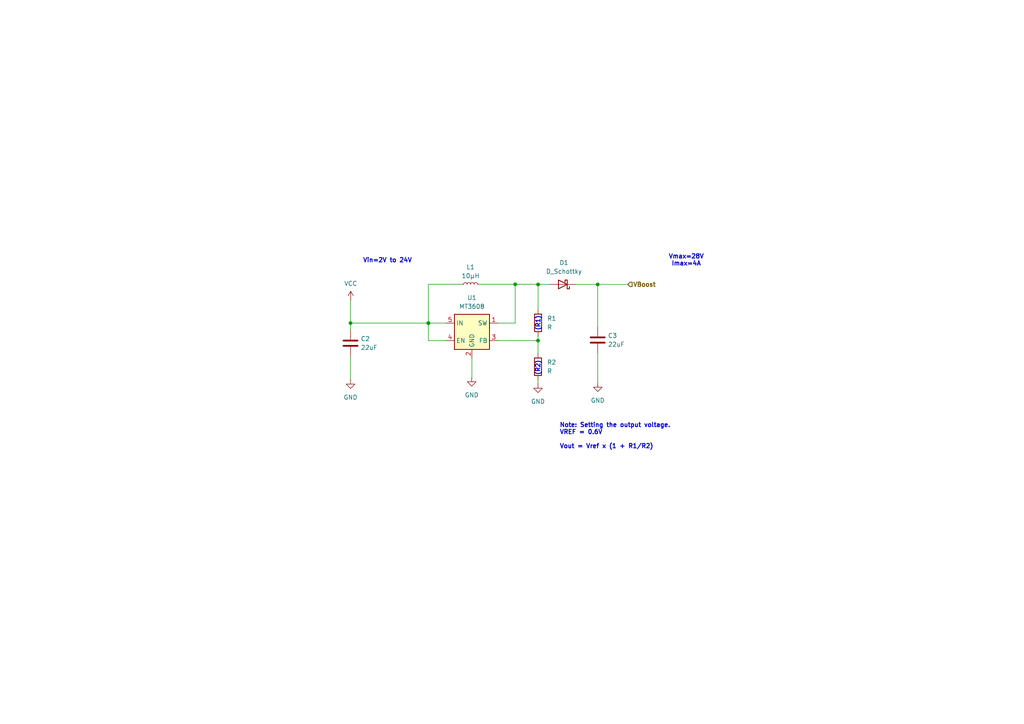
<source format=kicad_sch>
(kicad_sch (version 20231120) (generator "eeschema") (generator_version "8.0")
  (paper "A4")
  (title_block (title "PWX-Schematic_Repo") (date "2024-10-04") (rev "0") (company "Packetworx") (comment 1 "J.Javier"))
  (lib_symbols
    (symbol "Device:C" (pin_numbers hide) (pin_names (offset 0.254))
      (property "Reference" "C" (at 0.635 2.54 0))
      (property "Value" "C" (at 0.635 -2.54 0))
      (symbol "C_0_1"
        (polyline (pts (xy -2.032 -0.762) (xy 2.032 -0.762)) (stroke (width 0.508)))
        (polyline (pts (xy -2.032 0.762) (xy 2.032 0.762)) (stroke (width 0.508)))
      )
      (symbol "C_1_1"
        (pin passive line (at 0 3.81 270) (length 2.794) (name "~") (number "1"))
        (pin passive line (at 0 -3.81 90) (length 2.794) (name "~") (number "2"))
      )
    )
    (symbol "Device:D_Schottky" (pin_numbers hide) (pin_names (offset 1.016) hide)
      (property "Reference" "D" (at 0 2.54 0))
      (property "Value" "D_Schottky" (at 0 -2.54 0))
      (symbol "D_Schottky_0_1"
        (polyline (pts (xy 1.27 0) (xy -1.27 0)))
        (polyline (pts (xy 1.27 1.27) (xy 1.27 -1.27) (xy -1.27 0) (xy 1.27 1.27)) (stroke (width 0.254)))
        (polyline (pts (xy -1.905 0.635) (xy -1.905 1.27) (xy -1.27 1.27) (xy -1.27 -1.27) (xy -0.635 -1.27) (xy -0.635 -0.635)) (stroke (width 0.254)))
      )
      (symbol "D_Schottky_1_1"
        (pin passive line (at -3.81 0 0) (length 2.54) (name "K") (number "1"))
        (pin passive line (at 3.81 0 180) (length 2.54) (name "A") (number "2"))
      )
    )
    (symbol "Device:L_Small" (pin_numbers hide) (pin_names (offset 0.254) hide)
      (property "Reference" "L" (at 0.762 1.016 0))
      (property "Value" "L_Small" (at 0.762 -1.016 0))
      (symbol "L_Small_0_1"
        (arc (start 0 -2.032) (mid 0.5058 -1.524) (end 0 -1.016))
        (arc (start 0 -1.016) (mid 0.5058 -0.508) (end 0 0))
        (arc (start 0 0) (mid 0.5058 0.508) (end 0 1.016))
        (arc (start 0 1.016) (mid 0.5058 1.524) (end 0 2.032))
      )
      (symbol "L_Small_1_1"
        (pin passive line (at 0 2.54 270) (length 0.508) (name "~") (number "1"))
        (pin passive line (at 0 -2.54 90) (length 0.508) (name "~") (number "2"))
      )
    )
    (symbol "Device:R" (pin_numbers hide) (pin_names (offset 0))
      (property "Reference" "R" (at 2.032 0 90))
      (property "Value" "R" (at 0 0 90))
      (symbol "R_0_1"
        (rectangle (start -1.016 -2.54) (end 1.016 2.54) (stroke (width 0.254)))
      )
      (symbol "R_1_1"
        (pin passive line (at 0 3.81 270) (length 1.27) (name "~") (number "1"))
        (pin passive line (at 0 -3.81 90) (length 1.27) (name "~") (number "2"))
      )
    )
    (symbol "Regulator_Switching:MT3608"
      (property "Reference" "U" (at -2.54 8.89 0))
      (property "Value" "MT3608" (at -3.81 6.35 0))
      (symbol "MT3608_0_1"
        (rectangle (start -5.08 5.08) (end 5.08 -5.08) (stroke (width 0.254)) (fill (type background)))
      )
      (symbol "MT3608_1_1"
        (pin passive line (at 7.62 2.54 180) (length 2.54) (name "SW") (number "1"))
        (pin power_in line (at 0 -7.62 90) (length 2.54) (name "GND") (number "2"))
        (pin input line (at 7.62 -2.54 180) (length 2.54) (name "FB") (number "3"))
        (pin input line (at -7.62 -2.54 0) (length 2.54) (name "EN") (number "4"))
        (pin power_in line (at -7.62 2.54 0) (length 2.54) (name "IN") (number "5"))
        (pin no_connect line (at 5.08 0 180) (length 2.54) hide (name "NC") (number "6"))
      )
    )
    (symbol "power:GND" (power) (pin_numbers hide) (pin_names (offset 0) hide)
      (property "Value" "GND" (at 0 -3.81 0))
      (symbol "GND_0_1"
        (polyline (pts (xy 0 0) (xy 0 -1.27) (xy 1.27 -1.27) (xy 0 -2.54) (xy -1.27 -1.27) (xy 0 -1.27)))
      )
      (symbol "GND_1_1"
        (pin power_in line (at 0 0 270) (length 0) (name "~") (number "1"))
      )
    )
    (symbol "power:VCC" (power) (pin_numbers hide) (pin_names (offset 0) hide)
      (property "Value" "VCC" (at 0 3.556 0))
      (symbol "VCC_0_1"
        (polyline (pts (xy -0.762 1.27) (xy 0 2.54)))
        (polyline (pts (xy 0 0) (xy 0 2.54)))
        (polyline (pts (xy 0 2.54) (xy 0.762 1.27)))
      )
      (symbol "VCC_1_1"
        (pin power_in line (at 0 0 90) (length 0) (name "~") (number "1"))
      )
    )
  )
  (junction (at 156.0488 98.7895))
  (junction (at 101.6615 93.7095))
  (junction (at 124.2354 93.7095))
  (junction (at 173.3519 82.4917))
  (junction (at 124.2473 93.7095))
  (junction (at 149.419 82.4467))
  (junction (at 156.0668 82.4891))
  (wire (pts (xy 159.4391 82.4891) (xy 156.0668 82.4891)))
  (wire (pts (xy 133.9494 82.4467) (xy 124.2354 82.4467)))
  (wire (pts (xy 101.6615 87.0384) (xy 101.6615 93.7095)))
  (wire (pts (xy 156.0668 97.4527) (xy 156.0488 97.4527)))
  (wire (pts (xy 144.4972 98.7895) (xy 156.0488 98.7895)))
  (wire (pts (xy 156.0323 111.3278) (xy 156.0323 110.1724)))
  (wire (pts (xy 101.6615 110.1367) (xy 101.667 110.1367)))
  (wire (pts (xy 156.0668 82.4467) (xy 156.0668 82.4891)))
  (wire (pts (xy 156.0323 110.1724) (xy 156.0488 110.1724)))
  (wire (pts (xy 101.6615 93.7095) (xy 101.6615 95.733)))
  (wire (pts (xy 156.0668 82.4891) (xy 156.0668 89.8327)))
  (wire (pts (xy 156.0668 82.4467) (xy 149.419 82.4467)))
  (wire (pts (xy 136.8772 109.4546) (xy 136.8182 109.4546)))
  (wire (pts (xy 149.419 93.7095) (xy 144.4972 93.7095)))
  (wire (pts (xy 149.419 82.4467) (xy 149.419 93.7095)))
  (wire (pts (xy 124.2473 98.7895) (xy 124.2473 93.7095)))
  (wire (pts (xy 124.2473 93.7095) (xy 129.2572 93.7095)))
  (wire (pts (xy 101.6615 93.7095) (xy 124.2354 93.7095)))
  (wire (pts (xy 139.0294 82.4467) (xy 149.419 82.4467)))
  (wire (pts (xy 173.3519 82.4891) (xy 173.3519 82.4917)))
  (wire (pts (xy 129.2572 98.7895) (xy 124.2473 98.7895)))
  (wire (pts (xy 173.368 102.4309) (xy 173.368 111.0305)))
  (wire (pts (xy 156.0488 97.4527) (xy 156.0488 98.7895)))
  (wire (pts (xy 124.2354 82.4467) (xy 124.2354 93.7095)))
  (wire (pts (xy 167.0591 82.4891) (xy 173.3519 82.4891)))
  (wire (pts (xy 136.8772 103.8695) (xy 136.8772 109.4546)))
  (wire (pts (xy 173.3519 102.4309) (xy 173.368 102.4309)))
  (wire (pts (xy 101.6615 103.353) (xy 101.6615 110.1367)))
  (wire (pts (xy 101.6615 87.0384) (xy 101.7138 87.0384)))
  (wire (pts (xy 156.0488 98.7895) (xy 156.0488 102.5524)))
  (wire (pts (xy 173.3519 82.4917) (xy 173.3519 94.8109)))
  (wire (pts (xy 124.2354 93.7095) (xy 124.2473 93.7095)))
  (wire (pts (xy 182.0864 82.4917) (xy 173.3519 82.4917)))
  (text "(R1)" (at 156.0647 93.8516 90) (effects (font (size 1.27 1.27) (thickness 0.254) (bold yes))))
  (text "Note: Setting the output voltage.\nVREF = 0.6V\n\nVout = Vref x (1 + R1/R2)" (at 162.2662 126.492 0) (effects (font (size 1.27 1.27) (thickness 0.254) (bold yes)) (justify left)))
  (text "Vmax=28V\nImax=4A" (at 199.0533 75.5546 0) (effects (font (size 1.27 1.27) (thickness 0.254) (bold yes))))
  (text "Vin=2V to 24V" (at 112.3968 75.6267 0) (effects (font (size 1.27 1.27) (thickness 0.254) (bold yes))))
  (text "(R2)" (at 156.0128 106.8061 90) (effects (font (size 1.27 1.27) (thickness 0.254) (bold yes))))
  (hierarchical_label "VBoost" (shape input) (at 182.0864 82.4917 0) (effects (font (thickness 0.254) (bold yes))))
  (symbol (lib_id "Device:L_Small") (at 136.4894 82.4467 90) (unit 1)
    (property "Reference" "L1" (at 136.4894 77.47 90))
    (property "Value" "10µH" (at 136.4894 80.01 90))
    (property "Footprint" "Inductor_SMD:L_Coilcraft_XAL5050-XXX" (effects (hide yes)))
    (property "Datasheet" "https://www.coilcraft.com/en-us/files/datasheet/XAL50xx" (effects (hide yes)))
    (property "Description" "10 µH Shielded Molded Inductor 4.9 A 45mOhm Max Nonstandard" (effects (hide yes)))
    (property "Manufacturer Part Number" "XAL5050-103MEC" (effects (hide yes)))
    (property "Manufacturer" "Coilcraft" (effects (hide yes)))
  )
  (symbol (lib_id "power:GND") (at 101.667 110.1367 0) (unit 1)
    (property "Reference" "#PWR06" (effects (hide yes)))
    (property "Value" "GND" (at 101.667 115.2544 0))
    (property "Description" "Power symbol creates a global label with name \"GND\" , ground" (effects (hide yes)))
  )
  (symbol (lib_id "Regulator_Switching:MT3608") (at 136.8772 96.2495 0) (unit 1)
    (property "Reference" "U1" (at 136.8772 86.36 0))
    (property "Value" "MT3608" (at 136.8772 88.9 0))
    (property "Footprint" "Package_TO_SOT_SMD:SOT-23-6" (effects (hide yes)))
    (property "Datasheet" "https://www.olimex.com/Products/Breadboarding/BB-PWR-3608/resources/MT3608.pdf" (effects (hide yes)))
    (property "Description" "High Efficiency 1.2MHz 2A Step Up Converter, 2-24V Vin, 28V Vout, 4A current limit, 1.2MHz, SOT23-6" (effects (hide yes)))
  )
  (symbol (lib_id "Device:C") (at 173.3519 98.6209 180) (unit 1)
    (property "Reference" "C3" (at 176.3067 97.3509 0) (effects (justify right)))
    (property "Value" "22uF" (at 176.3067 99.8909 0) (effects (justify right)))
    (property "Footprint" "Capacitor_SMD:C_0603_1608Metric_Pad1.08x0.95mm_HandSolder" (effects (hide yes)))
    (property "Datasheet" "https://search.murata.co.jp/Ceramy/image/img/A01X/G101/ENG/GRM188R60J226MEA0-01.pdf" (effects (hide yes)))
    (property "Description" "CAP CER 22UF 6.3V X5R 0603" (effects (hide yes)))
    (property "LCSC" "C602037" (effects (hide yes)))
    (property "Manufacturer Part Number" "GRM188R60J226MEA0J" (effects (hide yes)))
  )
  (symbol (lib_id "Device:C") (at 101.6615 99.543 180) (unit 1)
    (property "Reference" "C2" (at 104.6163 98.273 0) (effects (justify right)))
    (property "Value" "22uF" (at 104.6163 100.813 0) (effects (justify right)))
    (property "Footprint" "Capacitor_SMD:C_0603_1608Metric_Pad1.08x0.95mm_HandSolder" (effects (hide yes)))
    (property "Datasheet" "https://search.murata.co.jp/Ceramy/image/img/A01X/G101/ENG/GRM188R60J226MEA0-01.pdf" (effects (hide yes)))
    (property "Description" "CAP CER 22UF 6.3V X5R 0603" (effects (hide yes)))
    (property "LCSC" "C602037" (effects (hide yes)))
    (property "Manufacturer Part Number" "GRM188R60J226MEA0J" (effects (hide yes)))
  )
  (symbol (lib_id "power:VCC") (at 101.7138 87.0384 0) (unit 1)
    (property "Reference" "#PWR05" (effects (hide yes)))
    (property "Value" "VCC" (at 101.7138 82.2344 0))
    (property "Description" "Power symbol creates a global label with name \"VCC\"" (effects (hide yes)))
  )
  (symbol (lib_id "power:GND") (at 136.8182 109.4546 0) (unit 1)
    (property "Reference" "#PWR09" (effects (hide yes)))
    (property "Value" "GND" (at 136.8182 114.5723 0))
    (property "Description" "Power symbol creates a global label with name \"GND\" , ground" (effects (hide yes)))
  )
  (symbol (lib_id "Device:D_Schottky") (at 163.2491 82.4891 180) (unit 1)
    (property "Reference" "D1" (at 163.5666 76.2 0))
    (property "Value" "D_Schottky" (at 163.5666 78.74 0))
    (property "Footprint" "Diode_SMD:D_SMC_Handsoldering" (effects (hide yes)))
    (property "Datasheet" "https://www.onsemi.com/pdf/datasheet/ss39-d.pdf" (effects (hide yes)))
    (property "Description" "Diode 40 V 3A Surface Mount DO-214AB (SMC)" (effects (hide yes)))
    (property "Manufacturer Part Number " "SS34" (effects (hide yes)))
    (property "Manufacturer" "onsemi" (effects (hide yes)))
  )
  (symbol (lib_id "power:GND") (at 173.368 111.0305 0) (unit 1)
    (property "Reference" "#PWR08" (effects (hide yes)))
    (property "Value" "GND" (at 173.368 116.1482 0))
    (property "Description" "Power symbol creates a global label with name \"GND\" , ground" (effects (hide yes)))
  )
  (symbol (lib_id "power:GND") (at 156.0323 111.3278 0) (unit 1)
    (property "Reference" "#PWR07" (effects (hide yes)))
    (property "Value" "GND" (at 156.0323 116.4455 0))
    (property "Description" "Power symbol creates a global label with name \"GND\" , ground" (effects (hide yes)))
  )
  (symbol (lib_id "Device:R") (at 156.0668 93.6427 0) (unit 1)
    (property "Reference" "R1" (at 158.6632 92.3726 0) (effects (justify left)))
    (property "Value" "R" (at 158.6632 94.9126 0) (effects (justify left)))
    (property "Description" "Resistor" (effects (hide yes)))
  )
  (symbol (lib_id "Device:R") (at 156.0488 106.3624 0) (unit 1)
    (property "Reference" "R2" (at 158.6452 105.0923 0) (effects (justify left)))
    (property "Value" "R" (at 158.6452 107.6323 0) (effects (justify left)))
    (property "Description" "Resistor" (effects (hide yes)))
  )
)
</source>
